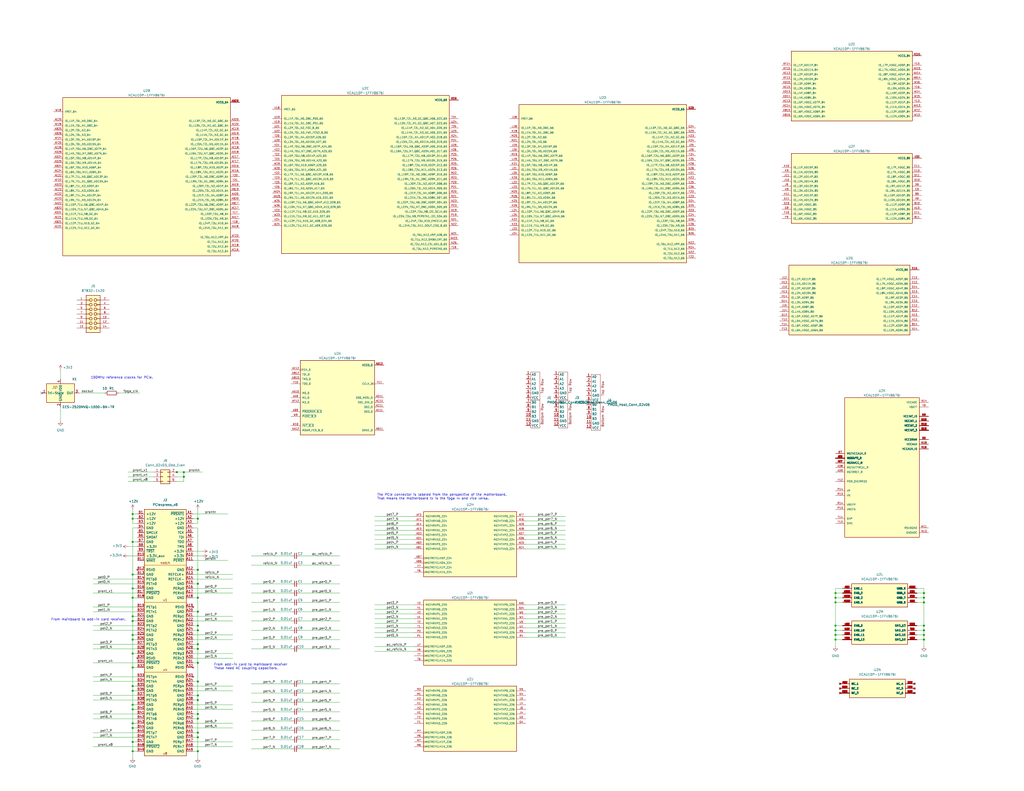
<source format=kicad_sch>
(kicad_sch (version 20211123) (generator eeschema)
  (paper "C")
  (junction (at 455.93 346.71))
  (junction (at 72.39 280.67))
  (junction (at 107.95 382.27))
  (junction (at 107.95 372.11))
  (junction (at 455.93 323.85))
  (junction (at 72.39 394.97))
  (junction (at 72.39 410.21))
  (junction (at 107.95 334.01))
  (junction (at 72.39 283.21))
  (junction (at 107.95 361.95))
  (junction (at 455.93 344.17))
  (junction (at 107.95 400.05))
  (junction (at 107.95 389.89))
  (junction (at 72.39 349.25))
  (junction (at 72.39 356.87))
  (junction (at 455.93 328.93))
  (junction (at 504.19 328.93))
  (junction (at 455.93 326.39))
  (junction (at 72.39 346.71))
  (junction (at 96.52 257.81))
  (junction (at 107.95 318.77))
  (junction (at 504.19 326.39))
  (junction (at 107.95 283.21))
  (junction (at 455.93 341.63))
  (junction (at 504.19 349.25))
  (junction (at 107.95 379.73))
  (junction (at 72.39 384.81))
  (junction (at 107.95 410.21))
  (junction (at 107.95 344.17))
  (junction (at 72.39 313.69))
  (junction (at 72.39 295.91))
  (junction (at 504.19 323.85))
  (junction (at 72.39 339.09))
  (junction (at 455.93 349.25))
  (junction (at 72.39 397.51))
  (junction (at 72.39 374.65))
  (junction (at 504.19 344.17))
  (junction (at 107.95 354.33))
  (junction (at 72.39 387.35))
  (junction (at 107.95 351.79))
  (junction (at 72.39 377.19))
  (junction (at 72.39 405.13))
  (junction (at 100.33 257.81))
  (junction (at 72.39 321.31))
  (junction (at 504.19 346.71))
  (junction (at 107.95 392.43))
  (junction (at 107.95 341.63))
  (junction (at 504.19 341.63))
  (junction (at 107.95 311.15))
  (junction (at 107.95 402.59))
  (junction (at 72.39 326.39))
  (junction (at 100.33 260.35))
  (junction (at 72.39 336.55))
  (junction (at 107.95 326.39))
  (junction (at 72.39 364.49))
  (no_connect (at 22.86 214.63))
  (wire (pts (xy 105.41 392.43) (xy 107.95 392.43)))
  (wire (pts (xy 504.19 344.17) (xy 504.19 341.63)))
  (wire (pts (xy 500.38 344.17) (xy 504.19 344.17)))
  (wire (pts (xy 72.39 364.49) (xy 72.39 356.87)))
  (wire (pts (xy 74.93 321.31) (xy 72.39 321.31)))
  (wire (pts (xy 74.93 313.69) (xy 72.39 313.69)))
  (wire (pts (xy 287.02 287.02) (xy 308.61 287.02)))
  (wire (pts (xy 455.93 328.93) (xy 459.74 328.93)))
  (wire (pts (xy 72.39 356.87) (xy 72.39 349.25)))
  (wire (pts (xy 455.93 344.17) (xy 455.93 341.63)))
  (wire (pts (xy 105.41 326.39) (xy 107.95 326.39)))
  (wire (pts (xy 105.41 336.55) (xy 127 336.55)))
  (wire (pts (xy 107.95 372.11) (xy 107.95 379.73)))
  (wire (pts (xy 287.02 345.44) (xy 308.61 345.44)))
  (wire (pts (xy 74.93 346.71) (xy 72.39 346.71)))
  (wire (pts (xy 105.41 387.35) (xy 127 387.35)))
  (wire (pts (xy 72.39 336.55) (xy 72.39 326.39)))
  (wire (pts (xy 72.39 405.13) (xy 74.93 405.13)))
  (wire (pts (xy 50.8 392.43) (xy 74.93 392.43)))
  (wire (pts (xy 287.02 299.72) (xy 308.61 299.72)))
  (wire (pts (xy 72.39 280.67) (xy 72.39 278.13)))
  (wire (pts (xy 105.41 323.85) (xy 127 323.85)))
  (wire (pts (xy 137.16 373.38) (xy 158.75 373.38)))
  (wire (pts (xy 500.38 349.25) (xy 504.19 349.25)))
  (wire (pts (xy 50.8 379.73) (xy 74.93 379.73)))
  (wire (pts (xy 50.8 351.79) (xy 74.93 351.79)))
  (wire (pts (xy 504.19 326.39) (xy 504.19 323.85)))
  (wire (pts (xy 105.41 400.05) (xy 107.95 400.05)))
  (wire (pts (xy 105.41 377.19) (xy 127 377.19)))
  (wire (pts (xy 105.41 318.77) (xy 107.95 318.77)))
  (wire (pts (xy 74.93 356.87) (xy 72.39 356.87)))
  (wire (pts (xy 43.18 214.63) (xy 57.15 214.63)))
  (wire (pts (xy 137.16 323.85) (xy 158.75 323.85)))
  (wire (pts (xy 287.02 342.9) (xy 308.61 342.9)))
  (wire (pts (xy 105.41 374.65) (xy 127 374.65)))
  (wire (pts (xy 105.41 410.21) (xy 107.95 410.21)))
  (wire (pts (xy 105.41 394.97) (xy 127 394.97)))
  (wire (pts (xy 105.41 372.11) (xy 107.95 372.11)))
  (wire (pts (xy 72.39 397.51) (xy 72.39 394.97)))
  (wire (pts (xy 504.19 346.71) (xy 504.19 344.17)))
  (wire (pts (xy 204.47 353.06) (xy 226.06 353.06)))
  (wire (pts (xy 107.95 410.21) (xy 107.95 402.59)))
  (wire (pts (xy 163.83 349.25) (xy 185.42 349.25)))
  (wire (pts (xy 287.02 284.48) (xy 308.61 284.48)))
  (wire (pts (xy 50.8 400.05) (xy 74.93 400.05)))
  (wire (pts (xy 137.16 393.7) (xy 158.75 393.7)))
  (wire (pts (xy 69.85 257.81) (xy 83.82 257.81)))
  (wire (pts (xy 74.93 339.09) (xy 72.39 339.09)))
  (wire (pts (xy 72.39 387.35) (xy 74.93 387.35)))
  (wire (pts (xy 287.02 330.2) (xy 308.61 330.2)))
  (wire (pts (xy 204.47 337.82) (xy 226.06 337.82)))
  (wire (pts (xy 50.8 334.01) (xy 74.93 334.01)))
  (wire (pts (xy 204.47 284.48) (xy 226.06 284.48)))
  (wire (pts (xy 455.93 326.39) (xy 455.93 323.85)))
  (wire (pts (xy 107.95 283.21) (xy 105.41 283.21)))
  (wire (pts (xy 50.8 318.77) (xy 74.93 318.77)))
  (wire (pts (xy 287.02 335.28) (xy 308.61 335.28)))
  (wire (pts (xy 72.39 384.81) (xy 72.39 377.19)))
  (wire (pts (xy 204.47 340.36) (xy 226.06 340.36)))
  (wire (pts (xy 74.93 326.39) (xy 72.39 326.39)))
  (wire (pts (xy 50.8 402.59) (xy 74.93 402.59)))
  (wire (pts (xy 204.47 292.1) (xy 226.06 292.1)))
  (wire (pts (xy 137.16 344.17) (xy 158.75 344.17)))
  (wire (pts (xy 96.52 257.81) (xy 100.33 257.81)))
  (wire (pts (xy 74.93 364.49) (xy 72.39 364.49)))
  (wire (pts (xy 163.83 328.93) (xy 185.42 328.93)))
  (wire (pts (xy 163.83 373.38) (xy 185.42 373.38)))
  (wire (pts (xy 163.83 388.62) (xy 185.42 388.62)))
  (wire (pts (xy 163.83 408.94) (xy 185.42 408.94)))
  (wire (pts (xy 72.39 285.75) (xy 72.39 283.21)))
  (wire (pts (xy 204.47 330.2) (xy 226.06 330.2)))
  (wire (pts (xy 455.93 349.25) (xy 459.74 349.25)))
  (wire (pts (xy 105.41 359.41) (xy 127 359.41)))
  (wire (pts (xy 50.8 316.23) (xy 74.93 316.23)))
  (wire (pts (xy 163.83 354.33) (xy 185.42 354.33)))
  (wire (pts (xy 504.19 328.93) (xy 504.19 326.39)))
  (wire (pts (xy 74.93 280.67) (xy 72.39 280.67)))
  (wire (pts (xy 107.95 288.29) (xy 107.95 311.15)))
  (wire (pts (xy 74.93 285.75) (xy 72.39 285.75)))
  (wire (pts (xy 50.8 372.11) (xy 74.93 372.11)))
  (wire (pts (xy 107.95 389.89) (xy 107.95 382.27)))
  (wire (pts (xy 455.93 344.17) (xy 459.74 344.17)))
  (wire (pts (xy 105.41 311.15) (xy 107.95 311.15)))
  (wire (pts (xy 50.8 407.67) (xy 74.93 407.67)))
  (wire (pts (xy 105.41 407.67) (xy 127 407.67)))
  (wire (pts (xy 287.02 292.1) (xy 308.61 292.1)))
  (wire (pts (xy 504.19 341.63) (xy 504.19 328.93)))
  (wire (pts (xy 72.39 405.13) (xy 72.39 397.51)))
  (wire (pts (xy 204.47 281.94) (xy 226.06 281.94)))
  (wire (pts (xy 72.39 377.19) (xy 74.93 377.19)))
  (wire (pts (xy 137.16 308.61) (xy 158.75 308.61)))
  (wire (pts (xy 50.8 344.17) (xy 74.93 344.17)))
  (wire (pts (xy 107.95 392.43) (xy 107.95 389.89)))
  (wire (pts (xy 500.38 328.93) (xy 504.19 328.93)))
  (wire (pts (xy 163.83 378.46) (xy 185.42 378.46)))
  (wire (pts (xy 163.83 344.17) (xy 185.42 344.17)))
  (wire (pts (xy 72.39 410.21) (xy 74.93 410.21)))
  (wire (pts (xy 105.41 313.69) (xy 127 313.69)))
  (wire (pts (xy 287.02 347.98) (xy 308.61 347.98)))
  (wire (pts (xy 163.83 323.85) (xy 185.42 323.85)))
  (wire (pts (xy 107.95 400.05) (xy 107.95 392.43)))
  (wire (pts (xy 72.39 394.97) (xy 72.39 387.35)))
  (wire (pts (xy 72.39 374.65) (xy 74.93 374.65)))
  (wire (pts (xy 204.47 335.28) (xy 226.06 335.28)))
  (wire (pts (xy 137.16 318.77) (xy 158.75 318.77)))
  (wire (pts (xy 163.83 334.01) (xy 185.42 334.01)))
  (wire (pts (xy 107.95 361.95) (xy 107.95 372.11)))
  (wire (pts (xy 72.39 321.31) (xy 72.39 313.69)))
  (wire (pts (xy 69.85 303.53) (xy 74.93 303.53)))
  (wire (pts (xy 137.16 354.33) (xy 158.75 354.33)))
  (wire (pts (xy 72.39 410.21) (xy 72.39 405.13)))
  (wire (pts (xy 50.8 354.33) (xy 74.93 354.33)))
  (wire (pts (xy 105.41 351.79) (xy 107.95 351.79)))
  (wire (pts (xy 504.19 323.85) (xy 504.19 321.31)))
  (wire (pts (xy 105.41 405.13) (xy 127 405.13)))
  (wire (pts (xy 455.93 341.63) (xy 455.93 328.93)))
  (wire (pts (xy 50.8 382.27) (xy 74.93 382.27)))
  (wire (pts (xy 287.02 297.18) (xy 308.61 297.18)))
  (wire (pts (xy 100.33 262.89) (xy 100.33 260.35)))
  (wire (pts (xy 107.95 278.13) (xy 107.95 283.21)))
  (wire (pts (xy 107.95 379.73) (xy 107.95 382.27)))
  (wire (pts (xy 500.38 346.71) (xy 504.19 346.71)))
  (wire (pts (xy 107.95 354.33) (xy 107.95 361.95)))
  (wire (pts (xy 72.39 288.29) (xy 74.93 288.29)))
  (wire (pts (xy 137.16 383.54) (xy 158.75 383.54)))
  (wire (pts (xy 107.95 285.75) (xy 107.95 283.21)))
  (wire (pts (xy 72.39 283.21) (xy 72.39 280.67)))
  (wire (pts (xy 74.93 336.55) (xy 72.39 336.55)))
  (wire (pts (xy 72.39 374.65) (xy 72.39 364.49)))
  (wire (pts (xy 105.41 402.59) (xy 107.95 402.59)))
  (wire (pts (xy 50.8 361.95) (xy 74.93 361.95)))
  (wire (pts (xy 287.02 340.36) (xy 308.61 340.36)))
  (wire (pts (xy 107.95 402.59) (xy 107.95 400.05)))
  (wire (pts (xy 105.41 341.63) (xy 107.95 341.63)))
  (wire (pts (xy 72.39 387.35) (xy 72.39 384.81)))
  (wire (pts (xy 500.38 341.63) (xy 504.19 341.63)))
  (wire (pts (xy 204.47 289.56) (xy 226.06 289.56)))
  (wire (pts (xy 105.41 389.89) (xy 107.95 389.89)))
  (wire (pts (xy 107.95 344.17) (xy 107.95 351.79)))
  (wire (pts (xy 287.02 332.74) (xy 308.61 332.74)))
  (wire (pts (xy 96.52 262.89) (xy 100.33 262.89)))
  (wire (pts (xy 72.39 414.02) (xy 72.39 410.21)))
  (wire (pts (xy 50.8 369.57) (xy 74.93 369.57)))
  (wire (pts (xy 204.47 299.72) (xy 226.06 299.72)))
  (wire (pts (xy 33.02 229.87) (xy 33.02 222.25)))
  (wire (pts (xy 163.83 308.61) (xy 185.42 308.61)))
  (wire (pts (xy 455.93 349.25) (xy 455.93 353.06)))
  (wire (pts (xy 455.93 323.85) (xy 459.74 323.85)))
  (wire (pts (xy 107.95 288.29) (xy 105.41 288.29)))
  (wire (pts (xy 107.95 334.01) (xy 107.95 341.63)))
  (wire (pts (xy 500.38 323.85) (xy 504.19 323.85)))
  (wire (pts (xy 455.93 341.63) (xy 459.74 341.63)))
  (wire (pts (xy 137.16 328.93) (xy 158.75 328.93)))
  (wire (pts (xy 69.85 260.35) (xy 83.82 260.35)))
  (wire (pts (xy 69.85 298.45) (xy 74.93 298.45)))
  (wire (pts (xy 105.41 384.81) (xy 127 384.81)))
  (wire (pts (xy 74.93 349.25) (xy 72.39 349.25)))
  (wire (pts (xy 64.77 214.63) (xy 76.2 214.63)))
  (wire (pts (xy 72.39 339.09) (xy 72.39 336.55)))
  (wire (pts (xy 204.47 332.74) (xy 226.06 332.74)))
  (wire (pts (xy 204.47 347.98) (xy 226.06 347.98)))
  (wire (pts (xy 137.16 339.09) (xy 158.75 339.09)))
  (wire (pts (xy 500.38 326.39) (xy 504.19 326.39)))
  (wire (pts (xy 287.02 337.82) (xy 308.61 337.82)))
  (wire (pts (xy 107.95 414.02) (xy 107.95 410.21)))
  (wire (pts (xy 50.8 331.47) (xy 74.93 331.47)))
  (wire (pts (xy 74.93 295.91) (xy 72.39 295.91)))
  (wire (pts (xy 105.41 321.31) (xy 127 321.31)))
  (wire (pts (xy 72.39 377.19) (xy 72.39 374.65)))
  (wire (pts (xy 504.19 349.25) (xy 504.19 346.71)))
  (wire (pts (xy 105.41 339.09) (xy 127 339.09)))
  (wire (pts (xy 69.85 262.89) (xy 83.82 262.89)))
  (wire (pts (xy 72.39 326.39) (xy 72.39 321.31)))
  (wire (pts (xy 105.41 285.75) (xy 107.95 285.75)))
  (wire (pts (xy 95.25 257.81) (xy 96.52 257.81)))
  (wire (pts (xy 455.93 346.71) (xy 455.93 344.17)))
  (wire (pts (xy 105.41 356.87) (xy 127 356.87)))
  (wire (pts (xy 105.41 316.23) (xy 127 316.23)))
  (wire (pts (xy 105.41 349.25) (xy 127 349.25)))
  (wire (pts (xy 100.33 257.81) (xy 110.49 257.81)))
  (wire (pts (xy 163.83 403.86) (xy 185.42 403.86)))
  (wire (pts (xy 100.33 260.35) (xy 100.33 257.81)))
  (wire (pts (xy 500.38 321.31) (xy 504.19 321.31)))
  (wire (pts (xy 33.02 201.93) (xy 33.02 207.01)))
  (wire (pts (xy 72.39 346.71) (xy 72.39 339.09)))
  (wire (pts (xy 163.83 398.78) (xy 185.42 398.78)))
  (wire (pts (xy 105.41 300.99) (xy 110.49 300.99)))
  (wire (pts (xy 107.95 318.77) (xy 107.95 326.39)))
  (wire (pts (xy 50.8 389.89) (xy 74.93 389.89)))
  (wire (pts (xy 72.39 384.81) (xy 74.93 384.81)))
  (wire (pts (xy 455.93 349.25) (xy 455.93 346.71)))
  (wire (pts (xy 137.16 403.86) (xy 158.75 403.86)))
  (wire (pts (xy 137.16 398.78) (xy 158.75 398.78)))
  (wire (pts (xy 72.39 283.21) (xy 74.93 283.21)))
  (wire (pts (xy 455.93 323.85) (xy 455.93 321.31)))
  (wire (pts (xy 107.95 326.39) (xy 107.95 334.01)))
  (wire (pts (xy 105.41 382.27) (xy 107.95 382.27)))
  (wire (pts (xy 163.83 339.09) (xy 185.42 339.09)))
  (wire (pts (xy 163.83 383.54) (xy 185.42 383.54)))
  (wire (pts (xy 105.41 397.51) (xy 127 397.51)))
  (wire (pts (xy 163.83 303.53) (xy 185.42 303.53)))
  (wire (pts (xy 107.95 351.79) (xy 107.95 354.33)))
  (wire (pts (xy 50.8 341.63) (xy 74.93 341.63)))
  (wire (pts (xy 137.16 349.25) (xy 158.75 349.25)))
  (wire (pts (xy 455.93 326.39) (xy 459.74 326.39)))
  (wire (pts (xy 137.16 408.94) (xy 158.75 408.94)))
  (wire (pts (xy 287.02 294.64) (xy 308.61 294.64)))
  (wire (pts (xy 137.16 378.46) (xy 158.75 378.46)))
  (wire (pts (xy 96.52 260.35) (xy 100.33 260.35)))
  (wire (pts (xy 105.41 280.67) (xy 124.46 280.67)))
  (wire (pts (xy 105.41 334.01) (xy 107.95 334.01)))
  (wire (pts (xy 105.41 346.71) (xy 127 346.71)))
  (wire (pts (xy 137.16 334.01) (xy 158.75 334.01)))
  (wire (pts (xy 137.16 388.62) (xy 158.75 388.62)))
  (wire (pts (xy 105.41 354.33) (xy 107.95 354.33)))
  (wire (pts (xy 287.02 281.94) (xy 308.61 281.94)))
  (wire (pts (xy 72.39 397.51) (xy 74.93 397.51)))
  (wire (pts (xy 204.47 345.44) (xy 226.06 345.44)))
  (wire (pts (xy 455.93 321.31) (xy 459.74 321.31)))
  (wire (pts (xy 204.47 297.18) (xy 226.06 297.18)))
  (wire (pts (xy 204.47 355.6) (xy 226.06 355.6)))
  (wire (pts (xy 163.83 393.7) (xy 185.42 393.7)))
  (wire (pts (xy 455.93 346.71) (xy 459.74 346.71)))
  (wire (pts (xy 204.47 294.64) (xy 226.06 294.64)))
  (wire (pts (xy 287.02 289.56) (xy 308.61 289.56)))
  (wire (pts (xy 504.19 349.25) (xy 504.19 353.06)))
  (wire (pts (xy 455.93 328.93) (xy 455.93 326.39)))
  (wire (pts (xy 72.39 295.91) (xy 72.39 288.29)))
  (wire (pts (xy 105.41 361.95) (xy 107.95 361.95)))
  (wire (pts (xy 72.39 349.25) (xy 72.39 346.71)))
  (wire (pts (xy 50.8 323.85) (xy 74.93 323.85)))
  (wire (pts (xy 105.41 379.73) (xy 107.95 379.73)))
  (wire (pts (xy 137.16 303.53) (xy 158.75 303.53)))
  (wire (pts (xy 72.39 313.69) (xy 72.39 295.91)))
  (wire (pts (xy 107.95 341.63) (xy 107.95 344.17)))
  (wire (pts (xy 72.39 394.97) (xy 74.93 394.97)))
  (wire (pts (xy 105.41 344.17) (xy 107.95 344.17)))
  (wire (pts (xy 204.47 287.02) (xy 226.06 287.02)))
  (wire (pts (xy 163.83 318.77) (xy 185.42 318.77)))
  (wire (pts (xy 204.47 342.9) (xy 226.06 342.9)))
  (wire (pts (xy 107.95 311.15) (xy 107.95 318.77)))
  (wire (pts (xy 105.41 303.53) (xy 110.49 303.53)))
  (wire (pts (xy 105.41 306.07) (xy 124.46 306.07)))
  (text "100MHz reference clocks for PCIe." (at 49.53 207.01 0) (effects (font (size 1.27 1.27)) (justify left bottom)))
  (text "From mainboard to add-in card receiver." (at 68.58 339.09 180) (effects (font (size 1.27 1.27)) (justify right bottom)))
  (text "From add-in card to mainboard receiver\nThese need AC coupling capacitors.\n" (at 116.84 365.76 0) (effects (font (size 1.27 1.27)) (justify left bottom)))
  (text "The PCIe connector is labeled from the perspective of the motherboard.\nThat means the motherboard tx is the fpga rx and vice versa." (at 205.74 273.05 0) (effects (font (size 1.27 1.27)) (justify left bottom)))
  (label "pre_per5_P" (at 293.37 292.1 0))
  (label "perstn" (at 111.76 306.07 0))
  (label "refclk_N" (at 143.51 308.61 0))
  (label "per0_P" (at 143.51 318.77 0))
  (label "per3_P" (at 111.76 356.87 0))
  (label "pre_per2_P" (at 170.18 339.09 0))
  (label "pre_per3_N" (at 170.18 354.33 0))
  (label "per3_N" (at 143.51 354.33 0))
  (label "pre_per7_N" (at 293.37 284.48 0))
  (label "refclk_P" (at 143.51 303.53 0))
  (label "per7_N" (at 143.51 408.94 0))
  (label "pre_per0_N" (at 170.18 323.85 0))
  (label "pet7_N" (at 54.61 402.59 0))
  (label "per0_N" (at 143.51 323.85 0))
  (label "prsnt_x4" (at 72.39 260.35 0))
  (label "per5_N" (at 143.51 388.62 0))
  (label "pet6_N" (at 210.82 289.56 0))
  (label "prsnt_x8" (at 53.34 407.67 0))
  (label "pet3_P" (at 210.82 330.2 0))
  (label "per1_N" (at 143.51 334.01 0))
  (label "pre_per1_P" (at 293.37 340.36 0))
  (label "pet2_N" (at 54.61 344.17 0))
  (label "pet1_N" (at 210.82 342.9 0))
  (label "pre_per2_N" (at 170.18 344.17 0))
  (label "pre_per7_P" (at 293.37 281.94 0))
  (label "pet7_N" (at 210.82 284.48 0))
  (label "per7_P" (at 143.51 403.86 0))
  (label "pre_per2_N" (at 293.37 337.82 0))
  (label "pre_per4_N" (at 293.37 299.72 0))
  (label "prsnt_x8" (at 72.39 262.89 0))
  (label "pre_per7_N" (at 170.18 408.94 0))
  (label "pre_per7_P" (at 170.18 403.86 0))
  (label "pre_per0_N" (at 293.37 347.98 0))
  (label "pet4_P" (at 54.61 369.57 0))
  (label "per2_N" (at 111.76 349.25 0))
  (label "refclk_N" (at 111.76 316.23 0))
  (label "per7_N" (at 111.76 407.67 0))
  (label "refclk_P" (at 111.76 313.69 0))
  (label "pet2_N" (at 210.82 337.82 0))
  (label "pet3_N" (at 210.82 332.74 0))
  (label "pre_per6_P" (at 293.37 287.02 0))
  (label "per5_P" (at 111.76 384.81 0))
  (label "pet7_P" (at 210.82 281.94 0))
  (label "pet1_N" (at 53.34 334.01 0))
  (label "pre_per5_N" (at 293.37 294.64 0))
  (label "prsnt_x4" (at 53.34 361.95 0))
  (label "prsntn" (at 102.87 257.81 0))
  (label "ac_refclk_P" (at 170.18 303.53 0))
  (label "pet6_P" (at 210.82 287.02 0))
  (label "per5_N" (at 111.76 387.35 0))
  (label "pre_per0_P" (at 170.18 318.77 0))
  (label "pre_per4_P" (at 170.18 373.38 0))
  (label "per0_N" (at 111.76 323.85 0))
  (label "pet0_P" (at 53.34 316.23 0))
  (label "pre_per5_N" (at 170.18 388.62 0))
  (label "pet3_N" (at 54.61 354.33 0))
  (label "pre_per1_P" (at 170.18 328.93 0))
  (label "per1_P" (at 111.76 336.55 0))
  (label "prsnt_x1" (at 53.34 323.85 0))
  (label "pre_per1_N" (at 170.18 334.01 0))
  (label "pet4_N" (at 54.61 372.11 0))
  (label "pet1_P" (at 210.82 340.36 0))
  (label "pet5_N" (at 54.61 382.27 0))
  (label "ac_refclk_P" (at 210.82 353.06 0))
  (label "pre_per3_N" (at 293.37 332.74 0))
  (label "per2_P" (at 143.51 339.09 0))
  (label "pet4_P" (at 210.82 297.18 0))
  (label "pet0_P" (at 210.82 345.44 0))
  (label "pre_per0_P" (at 293.37 345.44 0))
  (label "pet4_N" (at 210.82 299.72 0))
  (label "pet3_P" (at 54.61 351.79 0))
  (label "pre_per6_N" (at 293.37 289.56 0))
  (label "pre_per2_P" (at 293.37 335.28 0))
  (label "per4_P" (at 143.51 373.38 0))
  (label "per7_P" (at 111.76 405.13 0))
  (label "pet5_P" (at 54.61 379.73 0))
  (label "prsntn" (at 111.76 280.67 0))
  (label "pre_per4_N" (at 170.18 378.46 0))
  (label "pet0_N" (at 53.34 318.77 0))
  (label "oscout" (at 44.45 214.63 0))
  (label "pet5_N" (at 210.82 294.64 0))
  (label "pet6_P" (at 54.61 389.89 0))
  (label "per6_P" (at 111.76 394.97 0))
  (label "per4_N" (at 111.76 377.19 0))
  (label "per6_N" (at 143.51 398.78 0))
  (label "per4_P" (at 111.76 374.65 0))
  (label "per5_P" (at 143.51 383.54 0))
  (label "pre_per5_P" (at 170.18 383.54 0))
  (label "per3_P" (at 143.51 349.25 0))
  (label "per4_N" (at 143.51 378.46 0))
  (label "per2_P" (at 111.76 346.71 0))
  (label "pre_per3_P" (at 170.18 349.25 0))
  (label "pet1_P" (at 53.34 331.47 0))
  (label "ac_refclk_N" (at 170.18 308.61 0))
  (label "per1_P" (at 143.51 328.93 0))
  (label "pet0_N" (at 210.82 347.98 0))
  (label "prsnt_x1" (at 72.39 257.81 0))
  (label "pet2_P" (at 54.61 341.63 0))
  (label "per1_N" (at 111.76 339.09 0))
  (label "pre_per3_P" (at 293.37 330.2 0))
  (label "pre_per1_N" (at 293.37 342.9 0))
  (label "pre_per4_P" (at 293.37 297.18 0))
  (label "pet6_N" (at 54.61 392.43 0))
  (label "per6_P" (at 143.51 393.7 0))
  (label "ac_refclk_N" (at 210.82 355.6 0))
  (label "pet7_P" (at 54.61 400.05 0))
  (label "pre_per6_P" (at 170.18 393.7 0))
  (label "fpga_clk" (at 67.31 214.63 0))
  (label "per2_N" (at 143.51 344.17 0))
  (label "pet2_P" (at 210.82 335.28 0))
  (label "pet5_P" (at 210.82 292.1 0))
  (label "pre_per6_N" (at 170.18 398.78 0))
  (label "per3_N" (at 111.76 359.41 0))
  (label "per0_P" (at 111.76 321.31 0))
  (label "per6_N" (at 111.76 397.51 0))
  (symbol (lib_id "Device:C_Small") (at 161.29 323.85 90) (unit 1)
    (property "Reference" "C4" (at 163.83 322.58 90))
    (property "Value" "0.01uf" (at 156.21 322.58 90))
    (property "Footprint" "Capacitor_SMD:C_0402_1005Metric" (effects hide))
  )
  (symbol (lib_id "power:GND") (at 33.02 229.87 0) (unit 1)
    (property "Reference" "#PWR010" (effects hide))
    (property "Value" "GND" (at 33.02 234.95 0))
  )
  (symbol (lib_id "Device:C_Small") (at 161.29 328.93 90) (unit 1)
    (property "Reference" "C5" (at 163.83 327.66 90))
    (property "Value" "0.01uf" (at 156.21 327.66 90))
    (property "Footprint" "Capacitor_SMD:C_0402_1005Metric" (effects hide))
  )
  (symbol (lib_id "pedrolib:XCAU10P-1FFVB676I") (at 80.01 96.52 0) (unit 2)
    (property "Reference" "U2" (at 80.01 49.53 0))
    (property "Value" "XCAU10P-1FFVB676I" (at 80.01 52.07 0))
    (property "Footprint" "pedrolib:IC_XCAU10P-1FFVB676I" (effects hide))
    (property "MF" "AMD Xilinx" (effects hide))
    (property "MAXIMUM_PACKAGE_HEIGHT" "3.52mm" (effects hide))
    (property "Package" "None" (effects hide))
    (property "Price" "None" (effects hide))
    (property "Check_prices" "https://www.snapeda.com/parts/XCAU10P-1FFVB676I/Xilinx/view-part/?ref=eda" (effects hide))
    (property "STANDARD" "Manufacturer Recommendations" (effects hide))
    (property "PARTREV" "v1.18" (effects hide))
    (property "SnapEDA_Link" "https://www.snapeda.com/parts/XCAU10P-1FFVB676I/Xilinx/view-part/?ref=snap" (effects hide))
    (property "MP" "XCAU10P-1FFVB676I" (effects hide))
    (property "Purchase-URL" "https://www.snapeda.com/api/url_track_click_mouser/?unipart_id=12133551&manufacturer=AMD Xilinx&part_name=XCAU10P-1FFVB676I&search_term=xcau10p" (effects hide))
    (property "Description" "\nArtix® UltraScale+ Field Programmable Gate Array (FPGA) IC 228 3670016 96250 676-BBGA, FCBGA\n" (effects hide))
    (property "MANUFACTURER" "Xilinx" (effects hide))
    (property "Availability" "In Stock" (effects hide))
    (property "SNAPEDA_PN" "XCAU10P-1FFVB676I" (effects hide))
  )
  (symbol (lib_id "pedrolib:XCAU10P-1FFVB676I") (at 256.54 297.18 0) (unit 8)
    (property "Reference" "U2" (at 256.54 275.59 0))
    (property "Value" "XCAU10P-1FFVB676I" (at 256.54 278.13 0))
    (property "Footprint" "pedrolib:IC_XCAU10P-1FFVB676I" (effects hide))
    (property "MF" "AMD Xilinx" (effects hide))
    (property "MAXIMUM_PACKAGE_HEIGHT" "3.52mm" (effects hide))
    (property "Package" "None" (effects hide))
    (property "Price" "None" (effects hide))
    (property "Check_prices" "https://www.snapeda.com/parts/XCAU10P-1FFVB676I/Xilinx/view-part/?ref=eda" (effects hide))
    (property "STANDARD" "Manufacturer Recommendations" (effects hide))
    (property "PARTREV" "v1.18" (effects hide))
    (property "SnapEDA_Link" "https://www.snapeda.com/parts/XCAU10P-1FFVB676I/Xilinx/view-part/?ref=snap" (effects hide))
    (property "MP" "XCAU10P-1FFVB676I" (effects hide))
    (property "Purchase-URL" "https://www.snapeda.com/api/url_track_click_mouser/?unipart_id=12133551&manufacturer=AMD Xilinx&part_name=XCAU10P-1FFVB676I&search_term=xcau10p" (effects hide))
    (property "Description" "\nArtix® UltraScale+ Field Programmable Gate Array (FPGA) IC 228 3670016 96250 676-BBGA, FCBGA\n" (effects hide))
    (property "MANUFACTURER" "Xilinx" (effects hide))
    (property "Availability" "In Stock" (effects hide))
    (property "SNAPEDA_PN" "XCAU10P-1FFVB676I" (effects hide))
  )
  (symbol (lib_id "Device:C_Small") (at 161.29 403.86 90) (unit 1)
    (property "Reference" "C17" (at 163.83 402.59 90))
    (property "Value" "0.01uf" (at 156.21 402.59 90))
    (property "Footprint" "Capacitor_SMD:C_0402_1005Metric" (effects hide))
  )
  (symbol (lib_id "PCIexpress_x4_low-rescue:+3.3V-power") (at 110.49 303.53 270) (unit 1)
    (property "Reference" "#PWR08" (effects hide))
    (property "Value" "+3.3V" (at 113.7412 303.911 90) (effects (justify left)))
  )
  (symbol (lib_id "pedrolib:XCAU10P-1FFVB676I") (at 199.39 95.25 0) (unit 3)
    (property "Reference" "U2" (at 199.39 48.26 0))
    (property "Value" "XCAU10P-1FFVB676I" (at 199.39 50.8 0))
    (property "Footprint" "pedrolib:IC_XCAU10P-1FFVB676I" (effects hide))
    (property "MF" "AMD Xilinx" (effects hide))
    (property "MAXIMUM_PACKAGE_HEIGHT" "3.52mm" (effects hide))
    (property "Package" "None" (effects hide))
    (property "Price" "None" (effects hide))
    (property "Check_prices" "https://www.snapeda.com/parts/XCAU10P-1FFVB676I/Xilinx/view-part/?ref=eda" (effects hide))
    (property "STANDARD" "Manufacturer Recommendations" (effects hide))
    (property "PARTREV" "v1.18" (effects hide))
    (property "SnapEDA_Link" "https://www.snapeda.com/parts/XCAU10P-1FFVB676I/Xilinx/view-part/?ref=snap" (effects hide))
    (property "MP" "XCAU10P-1FFVB676I" (effects hide))
    (property "Purchase-URL" "https://www.snapeda.com/api/url_track_click_mouser/?unipart_id=12133551&manufacturer=AMD Xilinx&part_name=XCAU10P-1FFVB676I&search_term=xcau10p" (effects hide))
    (property "Description" "\nArtix® UltraScale+ Field Programmable Gate Array (FPGA) IC 228 3670016 96250 676-BBGA, FCBGA\n" (effects hide))
    (property "MANUFACTURER" "Xilinx" (effects hide))
    (property "Availability" "In Stock" (effects hide))
    (property "SNAPEDA_PN" "XCAU10P-1FFVB676I" (effects hide))
  )
  (symbol (lib_id "pedrolib:XCAU10P-1FFVB676I") (at 463.55 162.56 0) (unit 7)
    (property "Reference" "U2" (at 463.55 140.97 0))
    (property "Value" "XCAU10P-1FFVB676I" (at 463.55 143.51 0))
    (property "Footprint" "pedrolib:IC_XCAU10P-1FFVB676I" (effects hide))
    (property "MF" "AMD Xilinx" (effects hide))
    (property "MAXIMUM_PACKAGE_HEIGHT" "3.52mm" (effects hide))
    (property "Package" "None" (effects hide))
    (property "Price" "None" (effects hide))
    (property "Check_prices" "https://www.snapeda.com/parts/XCAU10P-1FFVB676I/Xilinx/view-part/?ref=eda" (effects hide))
    (property "STANDARD" "Manufacturer Recommendations" (effects hide))
    (property "PARTREV" "v1.18" (effects hide))
    (property "SnapEDA_Link" "https://www.snapeda.com/parts/XCAU10P-1FFVB676I/Xilinx/view-part/?ref=snap" (effects hide))
    (property "MP" "XCAU10P-1FFVB676I" (effects hide))
    (property "Purchase-URL" "https://www.snapeda.com/api/url_track_click_mouser/?unipart_id=12133551&manufacturer=AMD Xilinx&part_name=XCAU10P-1FFVB676I&search_term=xcau10p" (effects hide))
    (property "Description" "\nArtix® UltraScale+ Field Programmable Gate Array (FPGA) IC 228 3670016 96250 676-BBGA, FCBGA\n" (effects hide))
    (property "MANUFACTURER" "Xilinx" (effects hide))
    (property "Availability" "In Stock" (effects hide))
    (property "SNAPEDA_PN" "XCAU10P-1FFVB676I" (effects hide))
  )
  (symbol (lib_name "GND_1") (lib_id "power:GND") (at 455.93 353.06 0) (unit 1)
    (property "Reference" "#PWR011" (effects hide))
    (property "Value" "GND" (at 455.93 358.14 0))
  )
  (symbol (lib_id "pedrolib:87832-1420") (at 52.07 171.45 0) (unit 1)
    (property "Reference" "J5" (at 50.8 156.21 0))
    (property "Value" "87832-1420" (at 50.8 158.75 0))
    (property "Footprint" "pedrolib:MOLEX_87832-1420" (effects hide))
    (property "MANUFACTURER" "MOLEX" (effects hide))
  )
  (symbol (lib_id "power:+3.3VA") (at 69.85 303.53 90) (unit 1)
    (property "Reference" "#PWR02" (effects hide))
    (property "Value" "+3.3VA" (at 66.6242 303.149 90) (effects (justify left)))
  )
  (symbol (lib_id "power:+12V") (at 72.39 278.13 0) (unit 1)
    (property "Reference" "#PWR03" (effects hide))
    (property "Value" "+12V" (at 72.771 273.7358 0))
  )
  (symbol (lib_id "Device:C_Small") (at 161.29 383.54 90) (unit 1)
    (property "Reference" "C13" (at 163.83 382.27 90))
    (property "Value" "0.01uf" (at 156.21 382.27 90))
    (property "Footprint" "Capacitor_SMD:C_0402_1005Metric" (effects hide))
  )
  (symbol (lib_id "pedrolib:XCAU10P-1FFVB676I") (at 464.82 45.72 0) (unit 5)
    (property "Reference" "U2" (at 464.82 24.13 0))
    (property "Value" "XCAU10P-1FFVB676I" (at 464.82 26.67 0))
    (property "Footprint" "pedrolib:IC_XCAU10P-1FFVB676I" (effects hide))
    (property "MF" "AMD Xilinx" (effects hide))
    (property "MAXIMUM_PACKAGE_HEIGHT" "3.52mm" (effects hide))
    (property "Package" "None" (effects hide))
    (property "Price" "None" (effects hide))
    (property "Check_prices" "https://www.snapeda.com/parts/XCAU10P-1FFVB676I/Xilinx/view-part/?ref=eda" (effects hide))
    (property "STANDARD" "Manufacturer Recommendations" (effects hide))
    (property "PARTREV" "v1.18" (effects hide))
    (property "SnapEDA_Link" "https://www.snapeda.com/parts/XCAU10P-1FFVB676I/Xilinx/view-part/?ref=snap" (effects hide))
    (property "MP" "XCAU10P-1FFVB676I" (effects hide))
    (property "Purchase-URL" "https://www.snapeda.com/api/url_track_click_mouser/?unipart_id=12133551&manufacturer=AMD Xilinx&part_name=XCAU10P-1FFVB676I&search_term=xcau10p" (effects hide))
    (property "Description" "\nArtix® UltraScale+ Field Programmable Gate Array (FPGA) IC 228 3670016 96250 676-BBGA, FCBGA\n" (effects hide))
    (property "MANUFACTURER" "Xilinx" (effects hide))
    (property "Availability" "In Stock" (effects hide))
    (property "SNAPEDA_PN" "XCAU10P-1FFVB676I" (effects hide))
  )
  (symbol (lib_id "Device:C_Small") (at 161.29 339.09 90) (unit 1)
    (property "Reference" "C7" (at 163.83 337.82 90))
    (property "Value" "0.01uf" (at 156.21 337.82 90))
    (property "Footprint" "Capacitor_SMD:C_0402_1005Metric" (effects hide))
  )
  (symbol (lib_id "pedrolib:PMOD_Host_Conn_02x06") (at 307.34 218.44 0) (unit 1)
    (property "Reference" "J3" (at 313.69 217.1699 0) (effects (justify left)))
    (property "Value" "PMOD_Host_Conn_02x06" (at 313.69 219.7099 0) (effects (justify left)))
    (property "Footprint" "pedrolib:PMOD_PinSocket_2x06_P2.54mm_Horizontal" (effects hide))
  )
  (symbol (lib_id "power:+3V3") (at 33.02 201.93 0) (unit 1)
    (property "Reference" "#PWR09" (effects hide))
    (property "Value" "+3V3" (at 34.29 200.66 0) (effects (justify left)))
  )
  (symbol (lib_id "Device:C_Small") (at 161.29 373.38 90) (unit 1)
    (property "Reference" "C11" (at 163.83 372.11 90))
    (property "Value" "0.01uf" (at 156.21 372.11 90))
    (property "Footprint" "Capacitor_SMD:C_0402_1005Metric" (effects hide))
  )
  (symbol (lib_id "Device:C_Small") (at 161.29 308.61 90) (unit 1)
    (property "Reference" "C3" (at 163.83 307.34 90))
    (property "Value" "0.01uf" (at 156.21 307.34 90))
    (property "Footprint" "Capacitor_SMD:C_0402_1005Metric" (effects hide))
  )
  (symbol (lib_id "Device:C_Small") (at 161.29 354.33 90) (unit 1)
    (property "Reference" "C10" (at 163.83 353.06 90))
    (property "Value" "0.01uf" (at 156.21 353.06 90))
    (property "Footprint" "Capacitor_SMD:C_0402_1005Metric" (effects hide))
  )
  (symbol (lib_id "pedrolib:PCIexpress_x8") (at 90.17 278.13 0) (unit 1)
    (property "Reference" "J2" (at 90.17 273.05 0))
    (property "Value" "PCIexpress_x8" (at 90.17 275.59 0))
    (property "Footprint" "pedrolib:PCIexpress_x8" (effects hide))
  )
  (symbol (lib_id "Device:C_Small") (at 161.29 334.01 90) (unit 1)
    (property "Reference" "C6" (at 163.83 332.74 90))
    (property "Value" "0.01uf" (at 156.21 332.74 90))
    (property "Footprint" "Capacitor_SMD:C_0402_1005Metric" (effects hide))
  )
  (symbol (lib_id "pedrolib:XCAU10P-1FFVB676I") (at 478.79 375.92 0) (unit 14)
    (property "Reference" "U2" (at 478.79 365.76 0))
    (property "Value" "XCAU10P-1FFVB676I" (at 478.79 368.3 0))
    (property "Footprint" "pedrolib:IC_XCAU10P-1FFVB676I" (effects hide))
    (property "MF" "AMD Xilinx" (effects hide))
    (property "MAXIMUM_PACKAGE_HEIGHT" "3.52mm" (effects hide))
    (property "Package" "None" (effects hide))
    (property "Price" "None" (effects hide))
    (property "Check_prices" "https://www.snapeda.com/parts/XCAU10P-1FFVB676I/Xilinx/view-part/?ref=eda" (effects hide))
    (property "STANDARD" "Manufacturer Recommendations" (effects hide))
    (property "PARTREV" "v1.18" (effects hide))
    (property "SnapEDA_Link" "https://www.snapeda.com/parts/XCAU10P-1FFVB676I/Xilinx/view-part/?ref=snap" (effects hide))
    (property "MP" "XCAU10P-1FFVB676I" (effects hide))
    (property "Purchase-URL" "https://www.snapeda.com/api/url_track_click_mouser/?unipart_id=12133551&manufacturer=AMD Xilinx&part_name=XCAU10P-1FFVB676I&search_term=xcau10p" (effects hide))
    (property "Description" "\nArtix® UltraScale+ Field Programmable Gate Array (FPGA) IC 228 3670016 96250 676-BBGA, FCBGA\n" (effects hide))
    (property "MANUFACTURER" "Xilinx" (effects hide))
    (property "Availability" "In Stock" (effects hide))
    (property "SNAPEDA_PN" "XCAU10P-1FFVB676I" (effects hide))
  )
  (symbol (lib_id "pedrolib:XCAU10P-1FFVB676I") (at 256.54 345.44 0) (unit 9)
    (property "Reference" "U2" (at 256.54 323.85 0))
    (property "Value" "XCAU10P-1FFVB676I" (at 256.54 326.39 0))
    (property "Footprint" "pedrolib:IC_XCAU10P-1FFVB676I" (effects hide))
    (property "MF" "AMD Xilinx" (effects hide))
    (property "MAXIMUM_PACKAGE_HEIGHT" "3.52mm" (effects hide))
    (property "Package" "None" (effects hide))
    (property "Price" "None" (effects hide))
    (property "Check_prices" "https://www.snapeda.com/parts/XCAU10P-1FFVB676I/Xilinx/view-part/?ref=eda" (effects hide))
    (property "STANDARD" "Manufacturer Recommendations" (effects hide))
    (property "PARTREV" "v1.18" (effects hide))
    (property "SnapEDA_Link" "https://www.snapeda.com/parts/XCAU10P-1FFVB676I/Xilinx/view-part/?ref=snap" (effects hide))
    (property "MP" "XCAU10P-1FFVB676I" (effects hide))
    (property "Purchase-URL" "https://www.snapeda.com/api/url_track_click_mouser/?unipart_id=12133551&manufacturer=AMD Xilinx&part_name=XCAU10P-1FFVB676I&search_term=xcau10p" (effects hide))
    (property "Description" "\nArtix® UltraScale+ Field Programmable Gate Array (FPGA) IC 228 3670016 96250 676-BBGA, FCBGA\n" (effects hide))
    (property "MANUFACTURER" "Xilinx" (effects hide))
    (property "Availability" "In Stock" (effects hide))
    (property "SNAPEDA_PN" "XCAU10P-1FFVB676I" (effects hide))
  )
  (symbol (lib_id "pedrolib:XCAU10P-1FFVB676I") (at 256.54 392.43 0) (unit 10)
    (property "Reference" "U2" (at 256.54 370.84 0))
    (property "Value" "XCAU10P-1FFVB676I" (at 256.54 373.38 0))
    (property "Footprint" "pedrolib:IC_XCAU10P-1FFVB676I" (effects hide))
    (property "MF" "AMD Xilinx" (effects hide))
    (property "MAXIMUM_PACKAGE_HEIGHT" "3.52mm" (effects hide))
    (property "Package" "None" (effects hide))
    (property "Price" "None" (effects hide))
    (property "Check_prices" "https://www.snapeda.com/parts/XCAU10P-1FFVB676I/Xilinx/view-part/?ref=eda" (effects hide))
    (property "STANDARD" "Manufacturer Recommendations" (effects hide))
    (property "PARTREV" "v1.18" (effects hide))
    (property "SnapEDA_Link" "https://www.snapeda.com/parts/XCAU10P-1FFVB676I/Xilinx/view-part/?ref=snap" (effects hide))
    (property "MP" "XCAU10P-1FFVB676I" (effects hide))
    (property "Purchase-URL" "https://www.snapeda.com/api/url_track_click_mouser/?unipart_id=12133551&manufacturer=AMD Xilinx&part_name=XCAU10P-1FFVB676I&search_term=xcau10p" (effects hide))
    (property "Description" "\nArtix® UltraScale+ Field Programmable Gate Array (FPGA) IC 228 3670016 96250 676-BBGA, FCBGA\n" (effects hide))
    (property "MANUFACTURER" "Xilinx" (effects hide))
    (property "Availability" "In Stock" (effects hide))
    (property "SNAPEDA_PN" "XCAU10P-1FFVB676I" (effects hide))
  )
  (symbol (lib_id "Device:R") (at 60.96 214.63 270) (unit 1)
    (property "Reference" "R1" (at 60.96 212.09 90))
    (property "Value" "10" (at 57.15 212.09 90))
    (property "Footprint" "Resistor_SMD:R_0603_1608Metric" (effects hide))
  )
  (symbol (lib_id "power:GND") (at 72.39 414.02 0) (mirror y) (unit 1)
    (property "Reference" "#PWR04" (effects hide))
    (property "Value" "GND" (at 72.263 418.4142 0))
  )
  (symbol (lib_id "Device:C_Small") (at 161.29 398.78 90) (unit 1)
    (property "Reference" "C16" (at 163.83 397.51 90))
    (property "Value" "0.01uf" (at 156.21 397.51 90))
    (property "Footprint" "Capacitor_SMD:C_0402_1005Metric" (effects hide))
  )
  (symbol (lib_id "Connector_Generic:Conn_02x03_Odd_Even") (at 88.9 260.35 0) (unit 1)
    (property "Reference" "J6" (at 90.17 251.46 0))
    (property "Value" "Conn_02x03_Odd_Even" (at 90.17 254 0))
    (property "Footprint" "Connector_PinHeader_2.54mm:PinHeader_2x03_P2.54mm_Vertical" (effects hide))
  )
  (symbol (lib_id "PCIexpress_x4_low-rescue:+3.3V-power") (at 69.85 298.45 90) (unit 1)
    (property "Reference" "#PWR01" (effects hide))
    (property "Value" "+3.3V" (at 66.5988 298.069 90) (effects (justify left)))
  )
  (symbol (lib_id "pedrolib:PMOD_Host_Conn_02x06") (at 325.12 219.71 0) (unit 1)
    (property "Reference" "J4" (at 331.47 218.4399 0) (effects (justify left)))
    (property "Value" "PMOD_Host_Conn_02x06" (at 331.47 220.9799 0) (effects (justify left)))
    (property "Footprint" "pedrolib:PMOD_PinSocket_2x06_P2.54mm_Horizontal" (effects hide))
  )
  (symbol (lib_id "pedrolib:XCAU10P-1FFVB676I") (at 481.33 255.27 0) (unit 11)
    (property "Reference" "U2" (at 481.33 213.36 0))
    (property "Value" "XCAU10P-1FFVB676I" (at 481.33 215.9 0))
    (property "Footprint" "pedrolib:IC_XCAU10P-1FFVB676I" (effects hide))
    (property "MF" "AMD Xilinx" (effects hide))
    (property "MAXIMUM_PACKAGE_HEIGHT" "3.52mm" (effects hide))
    (property "Package" "None" (effects hide))
    (property "Price" "None" (effects hide))
    (property "Check_prices" "https://www.snapeda.com/parts/XCAU10P-1FFVB676I/Xilinx/view-part/?ref=eda" (effects hide))
    (property "STANDARD" "Manufacturer Recommendations" (effects hide))
    (property "PARTREV" "v1.18" (effects hide))
    (property "SnapEDA_Link" "https://www.snapeda.com/parts/XCAU10P-1FFVB676I/Xilinx/view-part/?ref=snap" (effects hide))
    (property "MP" "XCAU10P-1FFVB676I" (effects hide))
    (property "Purchase-URL" "https://www.snapeda.com/api/url_track_click_mouser/?unipart_id=12133551&manufacturer=AMD Xilinx&part_name=XCAU10P-1FFVB676I&search_term=xcau10p" (effects hide))
    (property "Description" "\nArtix® UltraScale+ Field Programmable Gate Array (FPGA) IC 228 3670016 96250 676-BBGA, FCBGA\n" (effects hide))
    (property "MANUFACTURER" "Xilinx" (effects hide))
    (property "Availability" "In Stock" (effects hide))
    (property "SNAPEDA_PN" "XCAU10P-1FFVB676I" (effects hide))
  )
  (symbol (lib_id "Device:C_Small") (at 161.29 388.62 90) (unit 1)
    (property "Reference" "C14" (at 163.83 387.35 90))
    (property "Value" "0.01uf" (at 156.21 387.35 90))
    (property "Footprint" "Capacitor_SMD:C_0402_1005Metric" (effects hide))
  )
  (symbol (lib_id "Device:C_Small") (at 161.29 344.17 90) (unit 1)
    (property "Reference" "C8" (at 163.83 342.9 90))
    (property "Value" "0.01uf" (at 156.21 342.9 90))
    (property "Footprint" "Capacitor_SMD:C_0402_1005Metric" (effects hide))
  )
  (symbol (lib_id "pedrolib:XCAU10P-1FFVB676I") (at 328.93 100.33 0) (unit 4)
    (property "Reference" "U2" (at 328.93 53.34 0))
    (property "Value" "XCAU10P-1FFVB676I" (at 328.93 55.88 0))
    (property "Footprint" "pedrolib:IC_XCAU10P-1FFVB676I" (effects hide))
    (property "MF" "AMD Xilinx" (effects hide))
    (property "MAXIMUM_PACKAGE_HEIGHT" "3.52mm" (effects hide))
    (property "Package" "None" (effects hide))
    (property "Price" "None" (effects hide))
    (property "Check_prices" "https://www.snapeda.com/parts/XCAU10P-1FFVB676I/Xilinx/view-part/?ref=eda" (effects hide))
    (property "STANDARD" "Manufacturer Recommendations" (effects hide))
    (property "PARTREV" "v1.18" (effects hide))
    (property "SnapEDA_Link" "https://www.snapeda.com/parts/XCAU10P-1FFVB676I/Xilinx/view-part/?ref=snap" (effects hide))
    (property "MP" "XCAU10P-1FFVB676I" (effects hide))
    (property "Purchase-URL" "https://www.snapeda.com/api/url_track_click_mouser/?unipart_id=12133551&manufacturer=AMD Xilinx&part_name=XCAU10P-1FFVB676I&search_term=xcau10p" (effects hide))
    (property "Description" "\nArtix® UltraScale+ Field Programmable Gate Array (FPGA) IC 228 3670016 96250 676-BBGA, FCBGA\n" (effects hide))
    (property "MANUFACTURER" "Xilinx" (effects hide))
    (property "Availability" "In Stock" (effects hide))
    (property "SNAPEDA_PN" "XCAU10P-1FFVB676I" (effects hide))
  )
  (symbol (lib_id "pedrolib:XCAU10P-1FFVB676I") (at 480.06 346.71 0) (unit 13)
    (property "Reference" "U2" (at 480.06 334.01 0))
    (property "Value" "XCAU10P-1FFVB676I" (at 480.06 336.55 0))
    (property "Footprint" "pedrolib:IC_XCAU10P-1FFVB676I" (effects hide))
    (property "MF" "AMD Xilinx" (effects hide))
    (property "MAXIMUM_PACKAGE_HEIGHT" "3.52mm" (effects hide))
    (property "Package" "None" (effects hide))
    (property "Price" "None" (effects hide))
    (property "Check_prices" "https://www.snapeda.com/parts/XCAU10P-1FFVB676I/Xilinx/view-part/?ref=eda" (effects hide))
    (property "STANDARD" "Manufacturer Recommendations" (effects hide))
    (property "PARTREV" "v1.18" (effects hide))
    (property "SnapEDA_Link" "https://www.snapeda.com/parts/XCAU10P-1FFVB676I/Xilinx/view-part/?ref=snap" (effects hide))
    (property "MP" "XCAU10P-1FFVB676I" (effects hide))
    (property "Purchase-URL" "https://www.snapeda.com/api/url_track_click_mouser/?unipart_id=12133551&manufacturer=AMD Xilinx&part_name=XCAU10P-1FFVB676I&search_term=xcau10p" (effects hide))
    (property "Description" "\nArtix® UltraScale+ Field Programmable Gate Array (FPGA) IC 228 3670016 96250 676-BBGA, FCBGA\n" (effects hide))
    (property "MANUFACTURER" "Xilinx" (effects hide))
    (property "Availability" "In Stock" (effects hide))
    (property "SNAPEDA_PN" "XCAU10P-1FFVB676I" (effects hide))
  )
  (symbol (lib_id "pedrolib:XCAU10P-1FFVB676I") (at 480.06 326.39 0) (unit 12)
    (property "Reference" "U2" (at 480.06 313.69 0))
    (property "Value" "XCAU10P-1FFVB676I" (at 480.06 316.23 0))
    (property "Footprint" "pedrolib:IC_XCAU10P-1FFVB676I" (effects hide))
    (property "MF" "AMD Xilinx" (effects hide))
    (property "MAXIMUM_PACKAGE_HEIGHT" "3.52mm" (effects hide))
    (property "Package" "None" (effects hide))
    (property "Price" "None" (effects hide))
    (property "Check_prices" "https://www.snapeda.com/parts/XCAU10P-1FFVB676I/Xilinx/view-part/?ref=eda" (effects hide))
    (property "STANDARD" "Manufacturer Recommendations" (effects hide))
    (property "PARTREV" "v1.18" (effects hide))
    (property "SnapEDA_Link" "https://www.snapeda.com/parts/XCAU10P-1FFVB676I/Xilinx/view-part/?ref=snap" (effects hide))
    (property "MP" "XCAU10P-1FFVB676I" (effects hide))
    (property "Purchase-URL" "https://www.snapeda.com/api/url_track_click_mouser/?unipart_id=12133551&manufacturer=AMD Xilinx&part_name=XCAU10P-1FFVB676I&search_term=xcau10p" (effects hide))
    (property "Description" "\nArtix® UltraScale+ Field Programmable Gate Array (FPGA) IC 228 3670016 96250 676-BBGA, FCBGA\n" (effects hide))
    (property "MANUFACTURER" "Xilinx" (effects hide))
    (property "Availability" "In Stock" (effects hide))
    (property "SNAPEDA_PN" "XCAU10P-1FFVB676I" (effects hide))
  )
  (symbol (lib_id "power:+12V") (at 107.95 278.13 0) (unit 1)
    (property "Reference" "#PWR05" (effects hide))
    (property "Value" "+12V" (at 108.331 273.7358 0))
  )
  (symbol (lib_id "PCIexpress_x4_low-rescue:+3.3V-power") (at 110.49 300.99 270) (unit 1)
    (property "Reference" "#PWR07" (effects hide))
    (property "Value" "+3.3V" (at 113.7412 301.371 90) (effects (justify left)))
  )
  (symbol (lib_id "pedrolib:XCAU10P-1FFVB676I") (at 464.82 101.6 0) (unit 6)
    (property "Reference" "U2" (at 464.82 80.01 0))
    (property "Value" "XCAU10P-1FFVB676I" (at 464.82 82.55 0))
    (property "Footprint" "pedrolib:IC_XCAU10P-1FFVB676I" (effects hide))
    (property "MF" "AMD Xilinx" (effects hide))
    (property "MAXIMUM_PACKAGE_HEIGHT" "3.52mm" (effects hide))
    (property "Package" "None" (effects hide))
    (property "Price" "None" (effects hide))
    (property "Check_prices" "https://www.snapeda.com/parts/XCAU10P-1FFVB676I/Xilinx/view-part/?ref=eda" (effects hide))
    (property "STANDARD" "Manufacturer Recommendations" (effects hide))
    (property "PARTREV" "v1.18" (effects hide))
    (property "SnapEDA_Link" "https://www.snapeda.com/parts/XCAU10P-1FFVB676I/Xilinx/view-part/?ref=snap" (effects hide))
    (property "MP" "XCAU10P-1FFVB676I" (effects hide))
    (property "Purchase-URL" "https://www.snapeda.com/api/url_track_click_mouser/?unipart_id=12133551&manufacturer=AMD Xilinx&part_name=XCAU10P-1FFVB676I&search_term=xcau10p" (effects hide))
    (property "Description" "\nArtix® UltraScale+ Field Programmable Gate Array (FPGA) IC 228 3670016 96250 676-BBGA, FCBGA\n" (effects hide))
    (property "MANUFACTURER" "Xilinx" (effects hide))
    (property "Availability" "In Stock" (effects hide))
    (property "SNAPEDA_PN" "XCAU10P-1FFVB676I" (effects hide))
  )
  (symbol (lib_id "pedrolib:XCAU10P-1FFVB676I") (at 184.15 217.17 0) (unit 1)
    (property "Reference" "U2" (at 184.15 193.04 0))
    (property "Value" "XCAU10P-1FFVB676I" (at 184.15 195.58 0))
    (property "Footprint" "pedrolib:IC_XCAU10P-1FFVB676I" (effects hide))
    (property "MF" "AMD Xilinx" (effects hide))
    (property "MAXIMUM_PACKAGE_HEIGHT" "3.52mm" (effects hide))
    (property "Package" "None" (effects hide))
    (property "Price" "None" (effects hide))
    (property "Check_prices" "https://www.snapeda.com/parts/XCAU10P-1FFVB676I/Xilinx/view-part/?ref=eda" (effects hide))
    (property "STANDARD" "Manufacturer Recommendations" (effects hide))
    (property "PARTREV" "v1.18" (effects hide))
    (property "SnapEDA_Link" "https://www.snapeda.com/parts/XCAU10P-1FFVB676I/Xilinx/view-part/?ref=snap" (effects hide))
    (property "MP" "XCAU10P-1FFVB676I" (effects hide))
    (property "Purchase-URL" "https://www.snapeda.com/api/url_track_click_mouser/?unipart_id=12133551&manufacturer=AMD Xilinx&part_name=XCAU10P-1FFVB676I&search_term=xcau10p" (effects hide))
    (property "Description" "\nArtix® UltraScale+ Field Programmable Gate Array (FPGA) IC 228 3670016 96250 676-BBGA, FCBGA\n" (effects hide))
    (property "MANUFACTURER" "Xilinx" (effects hide))
    (property "Availability" "In Stock" (effects hide))
    (property "SNAPEDA_PN" "XCAU10P-1FFVB676I" (effects hide))
  )
  (symbol (lib_id "pedrolib:ECS-2520MV-xxx-xx") (at 33.02 214.63 0) (unit 1)
    (property "Reference" "X1" (at 40.64 207.01 0))
    (property "Value" "ECS-2520MVQ-1000-BN-TR" (at 48.26 222.25 0))
    (property "Footprint" "pedrolib:OSC_ECS-2520S25-250-FN-TR" (effects hide))
    (property "Datasheet" "https://www.ecsxtal.com/store/pdf/ECS-2520MV.pdf" (effects hide))
  )
  (symbol (lib_id "Device:C_Small") (at 161.29 393.7 90) (unit 1)
    (property "Reference" "C15" (at 163.83 392.43 90))
    (property "Value" "0.01uf" (at 156.21 392.43 90))
    (property "Footprint" "Capacitor_SMD:C_0402_1005Metric" (effects hide))
  )
  (symbol (lib_id "Device:C_Small") (at 161.29 318.77 90) (unit 1)
    (property "Reference" "C1" (at 163.83 317.5 90))
    (property "Value" "0.01uf" (at 156.21 317.5 90))
    (property "Footprint" "Capacitor_SMD:C_0402_1005Metric" (effects hide))
  )
  (symbol (lib_id "Device:C_Small") (at 161.29 408.94 90) (unit 1)
    (property "Reference" "C18" (at 163.83 407.67 90))
    (property "Value" "0.01uf" (at 156.21 407.67 90))
    (property "Footprint" "Capacitor_SMD:C_0402_1005Metric" (effects hide))
  )
  (symbol (lib_id "Device:C_Small") (at 161.29 378.46 90) (unit 1)
    (property "Reference" "C12" (at 163.83 377.19 90))
    (property "Value" "0.01uf" (at 156.21 377.19 90))
    (property "Footprint" "Capacitor_SMD:C_0402_1005Metric" (effects hide))
  )
  (symbol (lib_name "GND_1") (lib_id "power:GND") (at 504.19 353.06 0) (unit 1)
    (property "Reference" "#PWR012" (effects hide))
    (property "Value" "GND" (at 504.19 358.14 0))
  )
  (symbol (lib_id "Device:C_Small") (at 161.29 349.25 90) (unit 1)
    (property "Reference" "C9" (at 163.83 347.98 90))
    (property "Value" "0.01uf" (at 156.21 347.98 90))
    (property "Footprint" "Capacitor_SMD:C_0402_1005Metric" (effects hide))
  )
  (symbol (lib_id "pedrolib:PMOD_Host_Conn_02x06") (at 292.1 218.44 0) (unit 1)
    (property "Reference" "J1" (at 298.45 217.1699 0) (effects (justify left)))
    (property "Value" "PMOD_Host_Conn_02x06" (at 298.45 219.7099 0) (effects (justify left)))
    (property "Footprint" "pedrolib:PMOD_PinSocket_2x06_P2.54mm_Horizontal" (effects hide))
  )
  (symbol (lib_id "Device:C_Small") (at 161.29 303.53 90) (unit 1)
    (property "Reference" "C2" (at 163.83 302.26 90))
    (property "Value" "0.01uf" (at 156.21 302.26 90))
    (property "Footprint" "Capacitor_SMD:C_0402_1005Metric" (effects hide))
  )
  (symbol (lib_id "power:GND") (at 107.95 414.02 0) (mirror y) (unit 1)
    (property "Reference" "#PWR06" (effects hide))
    (property "Value" "GND" (at 107.823 418.4142 0))
  )
)
</source>
